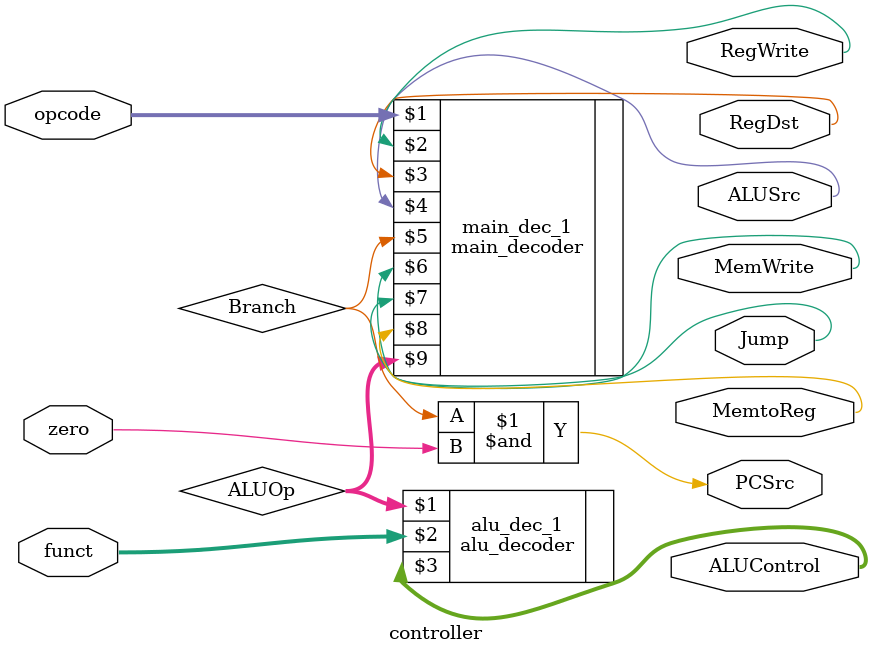
<source format=sv>
`timescale 1ns / 1ps

module controller
(
    input logic [5:0] opcode, funct,
    input logic zero,
    output logic RegWrite, RegDst, ALUSrc, PCSrc, MemWrite, MemtoReg, Jump,
    output logic [2:0] ALUControl
);

    logic [1:0] ALUOp;
    logic Branch;

    main_decoder main_dec_1 (opcode, RegWrite, RegDst, ALUSrc, Branch, MemWrite, Jump, MemtoReg, ALUOp);

    alu_decoder alu_dec_1 (ALUOp, funct, ALUControl);
    
    assign PCSrc = Branch & zero;


endmodule

</source>
